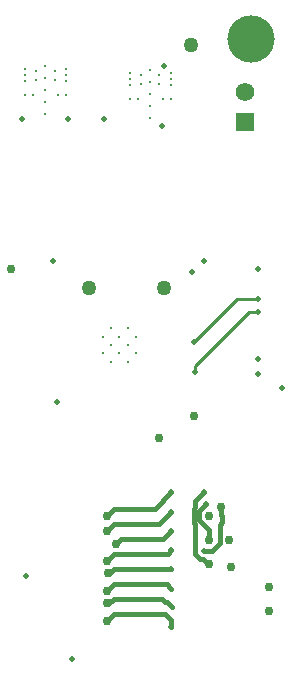
<source format=gbr>
G04*
G04 #@! TF.GenerationSoftware,Altium Limited,Altium Designer,24.9.1 (31)*
G04*
G04 Layer_Physical_Order=3*
G04 Layer_Color=16440176*
%FSLAX25Y25*%
%MOIN*%
G70*
G04*
G04 #@! TF.SameCoordinates,0464F855-7F2B-49EB-A455-A8C15B23BB70*
G04*
G04*
G04 #@! TF.FilePolarity,Positive*
G04*
G01*
G75*
%ADD53C,0.01181*%
%ADD54R,0.06181X0.06181*%
%ADD55C,0.06181*%
%ADD60C,0.01500*%
%ADD61C,0.01000*%
%ADD64C,0.02953*%
%ADD65C,0.02000*%
%ADD66C,0.05000*%
%ADD67C,0.15748*%
D53*
X157236Y286618D02*
D03*
X154563D02*
D03*
X150429Y280398D02*
D03*
Y284335D02*
D03*
Y288272D02*
D03*
Y292209D02*
D03*
Y296146D02*
D03*
X157240Y291342D02*
D03*
Y293311D02*
D03*
Y295280D02*
D03*
X153500Y291500D02*
D03*
Y294728D02*
D03*
X143622Y286618D02*
D03*
X146295D02*
D03*
X143618Y291342D02*
D03*
Y293311D02*
D03*
Y295280D02*
D03*
X147358Y291500D02*
D03*
Y294728D02*
D03*
X122307Y287941D02*
D03*
X119634D02*
D03*
X115500Y281720D02*
D03*
Y285658D02*
D03*
Y289595D02*
D03*
Y293531D02*
D03*
Y297468D02*
D03*
X122311Y292665D02*
D03*
Y294634D02*
D03*
Y296602D02*
D03*
X118571Y292823D02*
D03*
Y296051D02*
D03*
X108693Y287941D02*
D03*
X111366D02*
D03*
X108689Y292665D02*
D03*
Y294634D02*
D03*
Y296602D02*
D03*
X112429Y292823D02*
D03*
Y296051D02*
D03*
X142902Y199094D02*
D03*
X137390D02*
D03*
X145657Y201850D02*
D03*
X140146D02*
D03*
X134634D02*
D03*
X142902Y204606D02*
D03*
X137390D02*
D03*
X145657Y207362D02*
D03*
X140146D02*
D03*
X134634D02*
D03*
X142902Y210118D02*
D03*
X137390D02*
D03*
D54*
X182000Y279000D02*
D03*
D55*
Y289000D02*
D03*
D60*
X174171Y147924D02*
Y150329D01*
Y147924D02*
X174500Y147595D01*
X174000Y150500D02*
X174171Y150329D01*
X174500Y145583D02*
Y147595D01*
X173545Y144628D02*
X174500Y145583D01*
X173545Y138605D02*
Y144628D01*
X170941Y136000D02*
X173545Y138605D01*
X168240Y136000D02*
X170941D01*
X170000Y139622D02*
Y142933D01*
X168105Y133250D02*
X169607Y131748D01*
X170000D01*
X167101Y133250D02*
X168105D01*
X155500Y115000D02*
X157500Y113000D01*
Y110750D02*
Y113000D01*
X156026Y118902D02*
X157760Y117168D01*
X154365Y120000D02*
X155463Y118902D01*
X156026D01*
X138500Y115000D02*
X155500D01*
X155917Y125000D02*
X157500Y123417D01*
X138500Y125000D02*
X155917D01*
X136548Y118558D02*
X137264Y119274D01*
X136155Y118558D02*
X136548D01*
X137774Y119274D02*
X138500Y120000D01*
X137264Y119274D02*
X137774D01*
X136875Y128453D02*
X138255Y129833D01*
X136482Y128453D02*
X136875D01*
X138255Y129833D02*
X157500D01*
X165490Y134861D02*
X167101Y133250D01*
X152000Y150000D02*
X157500Y155500D01*
X138500Y135000D02*
X156250D01*
X154833Y140000D02*
X157500Y142667D01*
X156250Y135000D02*
X157500Y136250D01*
X140774Y140000D02*
X154833D01*
X165490Y150505D02*
Y152490D01*
X168500Y155500D01*
X136000Y132500D02*
X138500Y135000D01*
X139000Y138226D02*
X140774Y140000D01*
X136000Y122500D02*
X138500Y125000D01*
Y120000D02*
X154365D01*
X136000Y112500D02*
X138500Y115000D01*
X136000Y147500D02*
X138500Y150000D01*
X152000D01*
X153417Y145000D02*
X157500Y149083D01*
X138500Y145000D02*
X153417D01*
X136000Y142500D02*
X138500Y145000D01*
X165490Y134861D02*
Y144827D01*
X166774Y149173D02*
X169101Y151500D01*
X166774Y146160D02*
Y149173D01*
Y146160D02*
X170000Y142933D01*
X164924Y145393D02*
X165490Y144827D01*
X164924Y149939D02*
X165490Y150505D01*
X164924Y145393D02*
Y149939D01*
D61*
X165500Y195500D02*
Y197500D01*
X183500Y215500D02*
X186500D01*
X165500Y197500D02*
X183500Y215500D01*
X165000Y205500D02*
X179500Y220000D01*
X186500D01*
D64*
X104158Y229913D02*
D03*
X174000Y150500D02*
D03*
X176772Y139622D02*
D03*
X170000D02*
D03*
Y147496D02*
D03*
X177500Y130500D02*
D03*
X170000Y131748D02*
D03*
X189993Y123937D02*
D03*
X136155Y118558D02*
D03*
X136482Y128453D02*
D03*
X153500Y173500D02*
D03*
X165000Y181000D02*
D03*
X136000Y132500D02*
D03*
X139000Y138226D02*
D03*
X189993Y116000D02*
D03*
X136000Y112500D02*
D03*
Y122500D02*
D03*
Y142500D02*
D03*
Y147500D02*
D03*
D65*
X168240Y136000D02*
D03*
X155000Y297500D02*
D03*
X154500Y277500D02*
D03*
X157500Y110750D02*
D03*
X157760Y117168D02*
D03*
X157500Y123417D02*
D03*
X108900Y127500D02*
D03*
X135000Y280000D02*
D03*
X107600Y280071D02*
D03*
X123000Y280000D02*
D03*
X118000Y232500D02*
D03*
X186500Y200000D02*
D03*
X119500Y185500D02*
D03*
X165500Y195500D02*
D03*
X186500Y215500D02*
D03*
Y220000D02*
D03*
X165000Y205500D02*
D03*
X124500Y100000D02*
D03*
X157500Y155500D02*
D03*
Y136250D02*
D03*
Y142667D02*
D03*
X168500Y155500D02*
D03*
X164500Y229000D02*
D03*
X157500Y129833D02*
D03*
X168500Y232500D02*
D03*
X186500Y230000D02*
D03*
X194500Y190194D02*
D03*
X186500Y195000D02*
D03*
X169101Y151500D02*
D03*
X157500Y149083D02*
D03*
D66*
X164000Y304500D02*
D03*
X155091Y223500D02*
D03*
X130000D02*
D03*
D67*
X184000Y306500D02*
D03*
M02*

</source>
